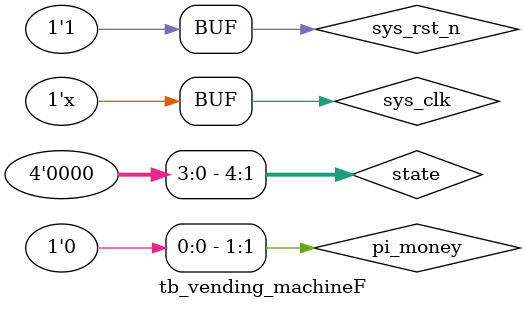
<source format=v>
`timescale  1ns/1ns
module  tb_vending_machineF();
reg         sys_clk;
reg         sys_rst_n;
reg         pOne;
reg         pHalf;
reg         random_data_gen;
wire        PCola;
wire        PMoney;
initial begin
    sys_clk    = 1'b1;
    sys_rst_n <= 1'b0;
    #20
    sys_rst_n <= 1'b1;
end
always  #10 sys_clk = ~sys_clk;
always@(posedge sys_clk or negedge sys_rst_n)
    if(sys_rst_n == 1'b0)
        random_data_gen <= 1'b0;
    else
        random_data_gen <= {$random} % 2;

always@(posedge sys_clk or negedge sys_rst_n)
    if(sys_rst_n == 1'b0)
        pOne <= 1'b0;
    else
        pOne <= random_data_gen;

always@(posedge sys_clk or negedge sys_rst_n)
    if(sys_rst_n == 1'b0)
        pHalf <= 1'b0;
    else
        pHalf <= ~random_data_gen;
		  
wire    [4:0]   state    = caijiageng.state;
wire    [1:0]   pi_money = caijiageng.pi_money;

vending_machineF caijiageng(
    .sys_clk         (sys_clk),  
    .sys_rst_n       (sys_rst_n),  
    .pOne   			(pOne   ),  
    .pHalf  			(pHalf  ),     
    .PCola        	(PCola), 
    .PMoney       	(PMoney) 
);  

endmodule
</source>
